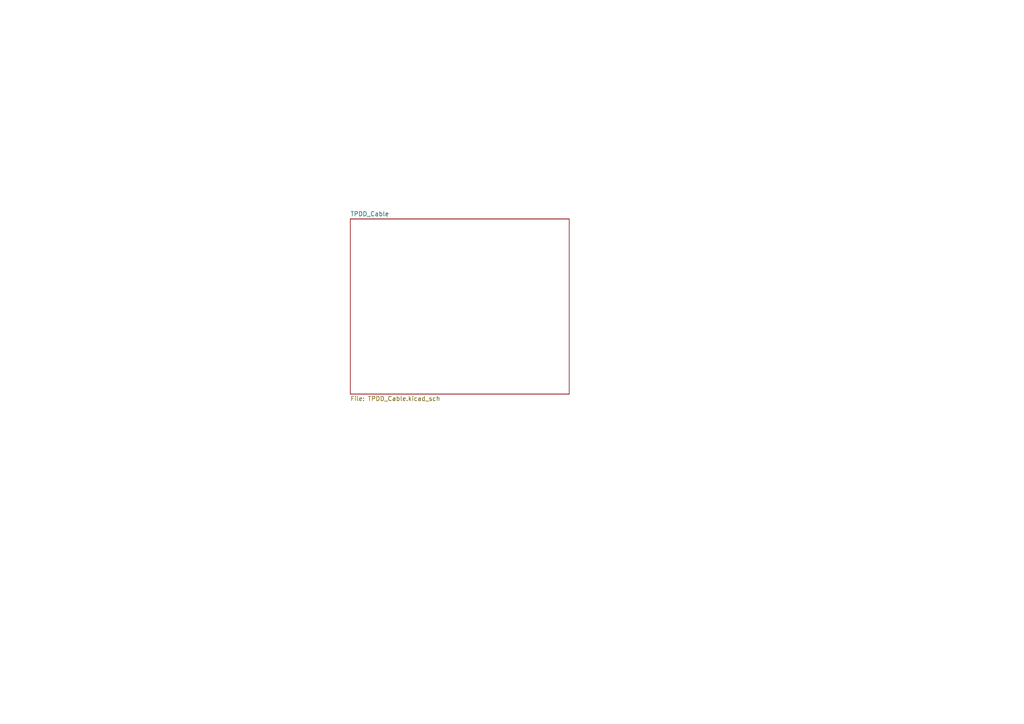
<source format=kicad_sch>
(kicad_sch
	(version 20231120)
	(generator "eeschema")
	(generator_version "8.0")
	(uuid "986b52ed-82cf-41a9-ad50-db87029ee716")
	(paper "A4")
	(lib_symbols)
	(sheet
		(at 101.6 63.5)
		(size 63.5 50.8)
		(fields_autoplaced yes)
		(stroke
			(width 0.1524)
			(type solid)
		)
		(fill
			(color 0 0 0 0.0000)
		)
		(uuid "3fbf3e3a-40ac-438d-ad9a-93da7f6d3cd8")
		(property "Sheetname" "TPDD_Cable"
			(at 101.6 62.7884 0)
			(effects
				(font
					(size 1.27 1.27)
				)
				(justify left bottom)
			)
		)
		(property "Sheetfile" "TPDD_Cable.kicad_sch"
			(at 101.6 114.8846 0)
			(effects
				(font
					(size 1.27 1.27)
				)
				(justify left top)
			)
		)
		(instances
			(project "TPDD_Cable_3"
				(path "/986b52ed-82cf-41a9-ad50-db87029ee716"
					(page "2")
				)
			)
		)
	)
	(sheet_instances
		(path "/"
			(page "1")
		)
	)
)

</source>
